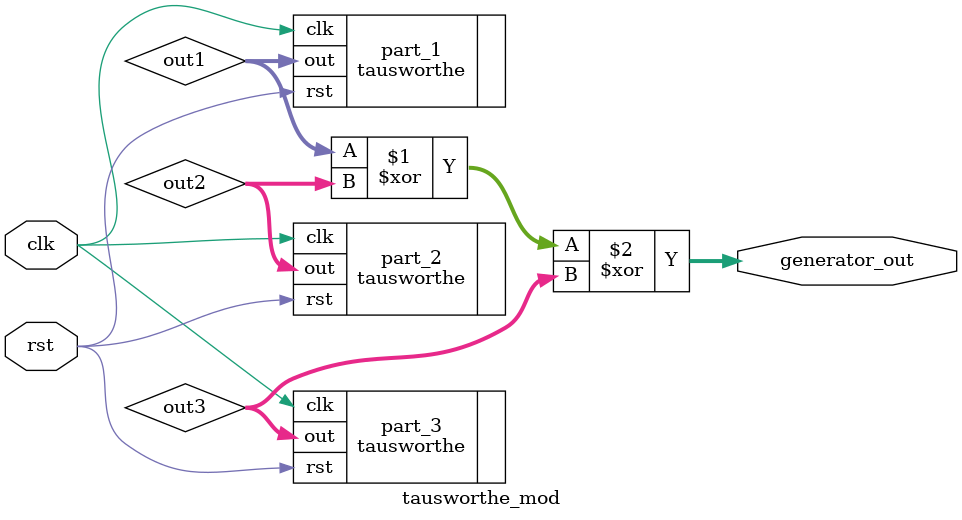
<source format=v>
module tausworthe_mod
(
  input         clk,
                rst,

  output [31:0] generator_out
);

  wire [31:0] out1, out2, out3;

  tausworthe
  #(
    .SEED(32'hffffffff), .CONST(32'hfffffffe), 
    .SHIFT_L1(8'd13), .SHIFT_L2(8'd12), .SHIFT_R(8'd19)
  )
  part_1
  (
    .clk(clk),
    .rst(rst),
    .out(out1) 
  );

  tausworthe 
  #(
    .SEED(32'hcccccccc), .CONST(32'hfffffff8), 
    .SHIFT_L1(4'd2), .SHIFT_L2(4'd4), .SHIFT_R(8'd25)
  )
  part_2
  (
    .clk(clk),
    .rst(rst),
    .out(out2) 
  );

  tausworthe 
  #(
    .SEED(32'h00ff00ff), .CONST(32'hfffffff0), 
    .SHIFT_L1(4'd3), .SHIFT_L2(8'd17), .SHIFT_R(8'd11)
  )
  part_3
  (
    .clk(clk),
    .rst(rst),
    .out(out3) 
  );

  assign generator_out = out1 ^ out2 ^ out3;

endmodule // tausworthe
</source>
